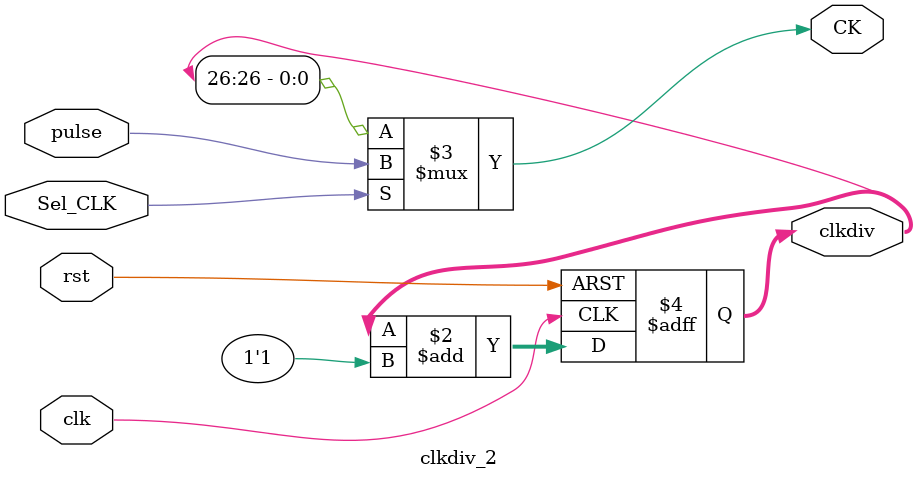
<source format=v>
`timescale 1ns / 1ps
module clkdiv_2(
		input clk,
		input rst,
		input Sel_CLK,
		input pulse,
		output CK,
		output reg[31:0] clkdiv
    );

	always @ (posedge clk or posedge rst) begin
		if (rst) clkdiv <= 0;
		else clkdiv <= clkdiv + 1'b1;
	end
	assign CK = (Sel_CLK) ? pulse : clkdiv[26];

endmodule

</source>
